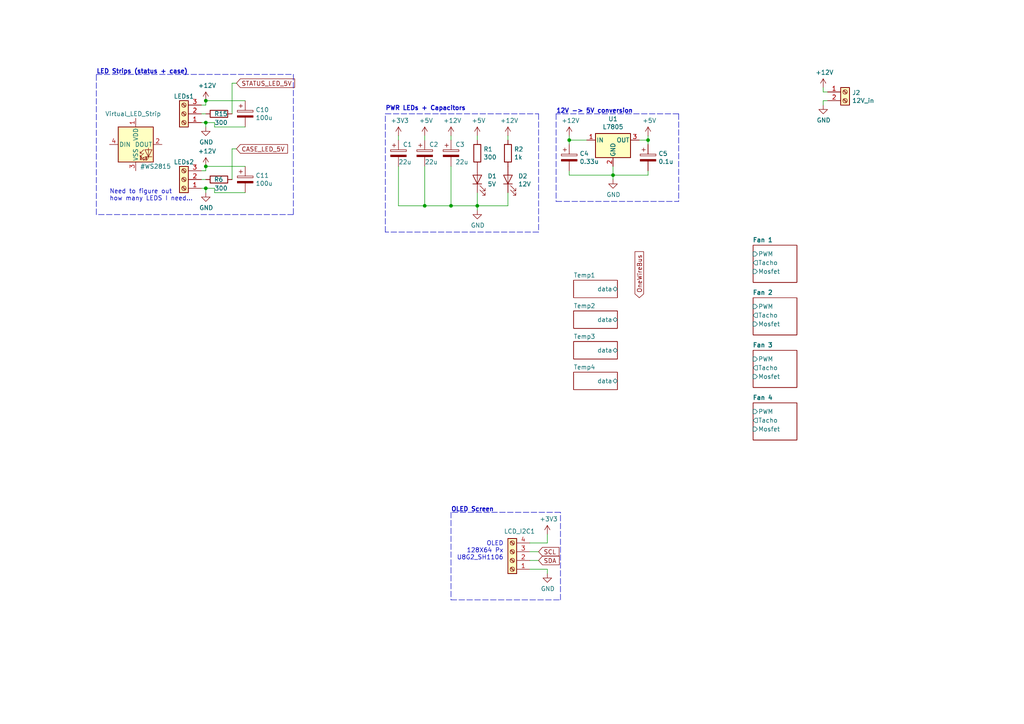
<source format=kicad_sch>
(kicad_sch (version 20250114) (generator "eeschema") (generator_version "9.0")
  (paper "A4")
  (title_block (title "OnlyFins") (rev "0") (company "Laserhannes / Johannes Rebling / r0oland"))
  (lib_symbols
    (symbol "Connector:Screw_Terminal_01x02" (pin_names (offset 1.016) (hide yes))
      (property "Reference" "J" (at 0 2.54 0))
      (property "Value" "Screw_Terminal_01x02" (at 0 -5.08 0))
      (symbol "Screw_Terminal_01x02_1_1"
        (rectangle (start -1.27 1.27) (end 1.27 -3.81) (stroke (width 0.254)) (fill (type background)))
        (polyline (pts (xy -0.5334 0.3302) (xy 0.3302 -0.508)) (stroke (width 0.1524)))
        (polyline (pts (xy -0.5334 -2.2098) (xy 0.3302 -3.048)) (stroke (width 0.1524)))
        (polyline (pts (xy -0.3556 0.508) (xy 0.508 -0.3302)) (stroke (width 0.1524)))
        (polyline (pts (xy -0.3556 -2.032) (xy 0.508 -2.8702)) (stroke (width 0.1524)))
        (circle (center 0 0) (radius 0.635) (stroke (width 0.1524)))
        (circle (center 0 -2.54) (radius 0.635) (stroke (width 0.1524)))
        (pin passive line (at -5.08 0 0) (length 3.81) (name "Pin_1") (number "1"))
        (pin passive line (at -5.08 -2.54 0) (length 3.81) (name "Pin_2") (number "2"))
      )
    )
    (symbol "LED:WS2812B" (pin_names (offset 0.254))
      (property "Reference" "D" (at 5.08 5.715 0))
      (property "Value" "WS2812B" (at 1.27 -5.715 0))
      (symbol "WS2812B_0_0"
        (text "RGB" (at 2.286 -4.191 0) (effects (font (size 0.762 0.762))))
      )
      (symbol "WS2812B_0_1"
        (polyline (pts (xy 1.27 -2.54) (xy 1.778 -2.54)))
        (polyline (pts (xy 1.27 -3.556) (xy 1.778 -3.556)))
        (polyline (pts (xy 2.286 -1.524) (xy 1.27 -2.54) (xy 1.27 -2.032)))
        (polyline (pts (xy 2.286 -2.54) (xy 1.27 -3.556) (xy 1.27 -3.048)))
        (polyline (pts (xy 3.683 -1.016) (xy 3.683 -3.556) (xy 3.683 -4.064)))
        (polyline (pts (xy 4.699 -1.524) (xy 2.667 -1.524) (xy 3.683 -3.556) (xy 4.699 -1.524)))
        (polyline (pts (xy 4.699 -3.556) (xy 2.667 -3.556)))
        (rectangle (start 5.08 5.08) (end -5.08 -5.08) (stroke (width 0.254)) (fill (type background)))
      )
      (symbol "WS2812B_1_1"
        (pin input line (at -7.62 0 0) (length 2.54) (name "DIN") (number "4"))
        (pin power_in line (at 0 7.62 270) (length 2.54) (name "VDD") (number "1"))
        (pin power_in line (at 0 -7.62 90) (length 2.54) (name "VSS") (number "3"))
        (pin output line (at 7.62 0 180) (length 2.54) (name "DOUT") (number "2"))
      )
    )
    (symbol "coroam_brains-rescue:+12V-power" (power) (pin_names (offset 0))
      (property "Value" "+12V-power" (at 0 3.556 0))
      (symbol "+12V-power_0_1"
        (polyline (pts (xy -0.762 1.27) (xy 0 2.54)))
        (polyline (pts (xy 0 2.54) (xy 0.762 1.27)))
        (polyline (pts (xy 0 0) (xy 0 2.54)))
      )
      (symbol "+12V-power_1_1"
        (pin power_in line (at 0 0 90) (length 0) (hide yes) (name "+12V") (number "1"))
      )
    )
    (symbol "coroam_brains-rescue:+3.3V-power" (power) (pin_names (offset 0))
      (property "Value" "+3.3V-power" (at 0 3.556 0))
      (symbol "+3.3V-power_0_1"
        (polyline (pts (xy -0.762 1.27) (xy 0 2.54)))
        (polyline (pts (xy 0 2.54) (xy 0.762 1.27)))
        (polyline (pts (xy 0 0) (xy 0 2.54)))
      )
      (symbol "+3.3V-power_1_1"
        (pin power_in line (at 0 0 90) (length 0) (hide yes) (name "+3V3") (number "1"))
      )
    )
    (symbol "coroam_brains-rescue:+5V-power" (power) (pin_names (offset 0))
      (property "Value" "+5V-power" (at 0 3.556 0))
      (symbol "+5V-power_0_1"
        (polyline (pts (xy -0.762 1.27) (xy 0 2.54)))
        (polyline (pts (xy 0 2.54) (xy 0.762 1.27)))
        (polyline (pts (xy 0 0) (xy 0 2.54)))
      )
      (symbol "+5V-power_1_1"
        (pin power_in line (at 0 0 90) (length 0) (hide yes) (name "+5V") (number "1"))
      )
    )
    (symbol "coroam_brains-rescue:CP-Device" (pin_numbers (hide yes)) (pin_names (offset 0.254))
      (property "Reference" "C" (at 0.635 2.54 0))
      (property "Value" "CP-Device" (at 0.635 -2.54 0))
      (symbol "CP-Device_0_1"
        (rectangle (start -2.286 0.508) (end 2.286 1.016))
        (polyline (pts (xy -1.778 2.286) (xy -0.762 2.286)))
        (polyline (pts (xy -1.27 2.794) (xy -1.27 1.778)))
        (rectangle (start 2.286 -0.508) (end -2.286 -1.016) (fill (type outline)))
      )
      (symbol "CP-Device_1_1"
        (pin passive line (at 0 3.81 270) (length 2.794) (name "~") (number "1"))
        (pin passive line (at 0 -3.81 90) (length 2.794) (name "~") (number "2"))
      )
    )
    (symbol "coroam_brains-rescue:GND-power" (power) (pin_names (offset 0))
      (property "Value" "GND-power" (at 0 -3.81 0))
      (symbol "GND-power_0_1"
        (polyline (pts (xy 0 0) (xy 0 -1.27) (xy 1.27 -1.27) (xy 0 -2.54) (xy -1.27 -1.27) (xy 0 -1.27)))
      )
      (symbol "GND-power_1_1"
        (pin power_in line (at 0 0 270) (length 0) (hide yes) (name "GND") (number "1"))
      )
    )
    (symbol "coroam_brains-rescue:L7805-Regulator_Linear" (pin_names (offset 0.254))
      (property "Reference" "U" (at -3.81 3.175 0))
      (property "Value" "L7805-Regulator_Linear" (at 0 3.175 0))
      (symbol "L7805-Regulator_Linear_0_1"
        (rectangle (start -5.08 1.905) (end 5.08 -5.08) (stroke (width 0.254)) (fill (type background)))
      )
      (symbol "L7805-Regulator_Linear_1_1"
        (pin power_in line (at -7.62 0 0) (length 2.54) (name "IN") (number "1"))
        (pin power_in line (at 0 -7.62 90) (length 2.54) (name "GND") (number "2"))
        (pin power_out line (at 7.62 0 180) (length 2.54) (name "OUT") (number "3"))
      )
    )
    (symbol "coroam_brains-rescue:LED-Device" (pin_numbers (hide yes)) (pin_names (offset 1.016) (hide yes))
      (property "Reference" "D" (at 0 2.54 0))
      (property "Value" "LED-Device" (at 0 -2.54 0))
      (symbol "LED-Device_0_1"
        (polyline (pts (xy -3.048 -0.762) (xy -4.572 -2.286) (xy -3.81 -2.286) (xy -4.572 -2.286) (xy -4.572 -1.524)))
        (polyline (pts (xy -1.778 -0.762) (xy -3.302 -2.286) (xy -2.54 -2.286) (xy -3.302 -2.286) (xy -3.302 -1.524)))
        (polyline (pts (xy -1.27 0) (xy 1.27 0)))
        (polyline (pts (xy -1.27 -1.27) (xy -1.27 1.27)) (stroke (width 0.2032)))
        (polyline (pts (xy 1.27 -1.27) (xy 1.27 1.27) (xy -1.27 0) (xy 1.27 -1.27)) (stroke (width 0.2032)))
      )
      (symbol "LED-Device_1_1"
        (pin passive line (at -3.81 0 0) (length 2.54) (name "K") (number "1"))
        (pin passive line (at 3.81 0 180) (length 2.54) (name "A") (number "2"))
      )
    )
    (symbol "coroam_brains-rescue:R-Device" (pin_numbers (hide yes)) (pin_names (offset 0))
      (property "Reference" "R" (at 2.032 0 90))
      (property "Value" "R-Device" (at 0 0 90))
      (symbol "R-Device_0_1"
        (rectangle (start -1.016 -2.54) (end 1.016 2.54) (stroke (width 0.254)))
      )
      (symbol "R-Device_1_1"
        (pin passive line (at 0 3.81 270) (length 1.27) (name "~") (number "1"))
        (pin passive line (at 0 -3.81 90) (length 1.27) (name "~") (number "2"))
      )
    )
    (symbol "coroam_brains-rescue:Screw_Terminal_01x03-Connector" (pin_names (offset 1.016) (hide yes))
      (property "Reference" "J" (at 0 5.08 0))
      (property "Value" "Screw_Terminal_01x03-Connector" (at 0 -5.08 0))
      (symbol "Screw_Terminal_01x03-Connector_1_1"
        (rectangle (start -1.27 3.81) (end 1.27 -3.81) (stroke (width 0.254)) (fill (type background)))
        (polyline (pts (xy -0.5334 2.8702) (xy 0.3302 2.032)) (stroke (width 0.1524)))
        (polyline (pts (xy -0.5334 0.3302) (xy 0.3302 -0.508)) (stroke (width 0.1524)))
        (polyline (pts (xy -0.5334 -2.2098) (xy 0.3302 -3.048)) (stroke (width 0.1524)))
        (polyline (pts (xy -0.3556 3.048) (xy 0.508 2.2098)) (stroke (width 0.1524)))
        (polyline (pts (xy -0.3556 0.508) (xy 0.508 -0.3302)) (stroke (width 0.1524)))
        (polyline (pts (xy -0.3556 -2.032) (xy 0.508 -2.8702)) (stroke (width 0.1524)))
        (circle (center 0 2.54) (radius 0.635) (stroke (width 0.1524)))
        (circle (center 0 0) (radius 0.635) (stroke (width 0.1524)))
        (circle (center 0 -2.54) (radius 0.635) (stroke (width 0.1524)))
        (pin passive line (at -5.08 2.54 0) (length 3.81) (name "Pin_1") (number "1"))
        (pin passive line (at -5.08 0 0) (length 3.81) (name "Pin_2") (number "2"))
        (pin passive line (at -5.08 -2.54 0) (length 3.81) (name "Pin_3") (number "3"))
      )
    )
    (symbol "coroam_brains-rescue:Screw_Terminal_01x04-Connector" (pin_names (offset 1.016) (hide yes))
      (property "Reference" "J" (at 0 5.08 0))
      (property "Value" "Screw_Terminal_01x04-Connector" (at 0 -7.62 0))
      (symbol "Screw_Terminal_01x04-Connector_1_1"
        (rectangle (start -1.27 3.81) (end 1.27 -6.35) (stroke (width 0.254)) (fill (type background)))
        (polyline (pts (xy -0.5334 2.8702) (xy 0.3302 2.032)) (stroke (width 0.1524)))
        (polyline (pts (xy -0.5334 0.3302) (xy 0.3302 -0.508)) (stroke (width 0.1524)))
        (polyline (pts (xy -0.5334 -2.2098) (xy 0.3302 -3.048)) (stroke (width 0.1524)))
        (polyline (pts (xy -0.5334 -4.7498) (xy 0.3302 -5.588)) (stroke (width 0.1524)))
        (polyline (pts (xy -0.3556 3.048) (xy 0.508 2.2098)) (stroke (width 0.1524)))
        (polyline (pts (xy -0.3556 0.508) (xy 0.508 -0.3302)) (stroke (width 0.1524)))
        (polyline (pts (xy -0.3556 -2.032) (xy 0.508 -2.8702)) (stroke (width 0.1524)))
        (polyline (pts (xy -0.3556 -4.572) (xy 0.508 -5.4102)) (stroke (width 0.1524)))
        (circle (center 0 2.54) (radius 0.635) (stroke (width 0.1524)))
        (circle (center 0 0) (radius 0.635) (stroke (width 0.1524)))
        (circle (center 0 -2.54) (radius 0.635) (stroke (width 0.1524)))
        (circle (center 0 -5.08) (radius 0.635) (stroke (width 0.1524)))
        (pin passive line (at -5.08 2.54 0) (length 3.81) (name "Pin_1") (number "1"))
        (pin passive line (at -5.08 0 0) (length 3.81) (name "Pin_2") (number "2"))
        (pin passive line (at -5.08 -2.54 0) (length 3.81) (name "Pin_3") (number "3"))
        (pin passive line (at -5.08 -5.08 0) (length 3.81) (name "Pin_4") (number "4"))
      )
    )
  )
  (text "OLED Screen" (at 130.81 148.59 0) (effects (font (size 1.27 1.27) (thickness 0.254) (bold yes)) (justify left bottom)))
  (text "PWR LEDs + Capacitors\n\n" (at 111.76 34.29 0) (effects (font (size 1.27 1.27) (thickness 0.254) (bold yes)) (justify left bottom)))
  (text "LED Strips (status + case)\n" (at 27.94 21.59 0) (effects (font (size 1.27 1.27) (thickness 0.254) (bold yes)) (justify left bottom)))
  (text "Need to figure out\nhow many LEDS I need...\n" (at 31.75 58.42 0) (effects (font (size 1.27 1.27)) (justify left bottom)))
  (text "12V -> 5V conversion" (at 161.29 33.02 0) (effects (font (size 1.27 1.27) (thickness 0.254) (bold yes)) (justify left bottom)))
  (text "OLED\n128X64 Px\nU8G2_SH1106\n" (at 146.05 162.56 0) (effects (font (size 1.27 1.27)) (justify right bottom)))
  (junction (at 187.96 40.64))
  (junction (at 138.43 59.69))
  (junction (at 130.81 59.69))
  (junction (at 177.8 50.8))
  (junction (at 59.69 35.56))
  (junction (at 59.69 29.21))
  (junction (at 59.69 54.61))
  (junction (at 123.19 59.69))
  (junction (at 59.69 48.26))
  (junction (at 165.1 40.64))
  (wire (pts (xy 59.69 48.26) (xy 71.12 48.26)))
  (wire (pts (xy 187.96 41.91) (xy 187.96 40.64)))
  (wire (pts (xy 123.19 39.37) (xy 123.19 40.64)))
  (wire (pts (xy 156.21 160.02) (xy 153.67 160.02)))
  (polyline (pts (xy 156.21 67.31) (xy 111.76 67.31)) (stroke (width 0) (type dash)))
  (wire (pts (xy 238.76 25.4) (xy 238.76 26.67)))
  (wire (pts (xy 177.8 48.26) (xy 177.8 50.8)))
  (wire (pts (xy 58.42 49.53) (xy 59.69 49.53)))
  (polyline (pts (xy 111.76 67.31) (xy 111.76 33.02)) (stroke (width 0) (type dash)))
  (wire (pts (xy 165.1 40.64) (xy 170.18 40.64)))
  (polyline (pts (xy 111.76 33.02) (xy 156.21 33.02)) (stroke (width 0) (type dash)))
  (wire (pts (xy 138.43 59.69) (xy 138.43 60.96)))
  (wire (pts (xy 238.76 30.48) (xy 238.76 29.21)))
  (wire (pts (xy 238.76 29.21) (xy 240.03 29.21)))
  (wire (pts (xy 62.23 36.83) (xy 71.12 36.83)))
  (wire (pts (xy 138.43 39.37) (xy 138.43 40.64)))
  (wire (pts (xy 115.57 39.37) (xy 115.57 40.64)))
  (wire (pts (xy 147.32 39.37) (xy 147.32 40.64)))
  (wire (pts (xy 115.57 59.69) (xy 123.19 59.69)))
  (wire (pts (xy 138.43 59.69) (xy 147.32 59.69)))
  (polyline (pts (xy 85.09 62.23) (xy 27.94 62.23)) (stroke (width 0) (type dash)))
  (wire (pts (xy 158.75 165.1) (xy 158.75 166.37)))
  (polyline (pts (xy 161.29 58.42) (xy 196.85 58.42)) (stroke (width 0) (type dash)))
  (polyline (pts (xy 130.81 148.59) (xy 130.81 173.99)) (stroke (width 0) (type dash)))
  (wire (pts (xy 123.19 48.26) (xy 123.19 59.69)))
  (polyline (pts (xy 161.29 33.02) (xy 161.29 58.42)) (stroke (width 0) (type dash)))
  (wire (pts (xy 165.1 40.64) (xy 165.1 41.91)))
  (polyline (pts (xy 27.94 21.59) (xy 85.09 21.59)) (stroke (width 0) (type dash)))
  (wire (pts (xy 238.76 26.67) (xy 240.03 26.67)))
  (wire (pts (xy 59.69 52.07) (xy 58.42 52.07)))
  (wire (pts (xy 67.31 43.18) (xy 68.58 43.18)))
  (wire (pts (xy 153.67 162.56) (xy 156.21 162.56)))
  (wire (pts (xy 59.69 35.56) (xy 62.23 35.56)))
  (wire (pts (xy 59.69 49.53) (xy 59.69 48.26)))
  (wire (pts (xy 177.8 50.8) (xy 177.8 52.07)))
  (polyline (pts (xy 196.85 33.02) (xy 196.85 58.42)) (stroke (width 0) (type dash)))
  (wire (pts (xy 58.42 35.56) (xy 59.69 35.56)))
  (wire (pts (xy 187.96 39.37) (xy 187.96 40.64)))
  (polyline (pts (xy 85.09 21.59) (xy 85.09 62.23)) (stroke (width 0) (type dash)))
  (wire (pts (xy 59.69 54.61) (xy 59.69 55.88)))
  (wire (pts (xy 58.42 30.48) (xy 59.69 30.48)))
  (wire (pts (xy 153.67 157.48) (xy 158.75 157.48)))
  (wire (pts (xy 165.1 49.53) (xy 165.1 50.8)))
  (wire (pts (xy 115.57 48.26) (xy 115.57 59.69)))
  (wire (pts (xy 59.69 33.02) (xy 58.42 33.02)))
  (polyline (pts (xy 162.56 148.59) (xy 130.81 148.59)) (stroke (width 0) (type dash)))
  (polyline (pts (xy 156.21 33.02) (xy 156.21 67.31)) (stroke (width 0) (type dash)))
  (wire (pts (xy 67.31 33.02) (xy 67.31 24.13)))
  (wire (pts (xy 62.23 35.56) (xy 62.23 36.83)))
  (wire (pts (xy 165.1 39.37) (xy 165.1 40.64)))
  (wire (pts (xy 59.69 35.56) (xy 59.69 36.83)))
  (wire (pts (xy 67.31 24.13) (xy 68.58 24.13)))
  (wire (pts (xy 123.19 59.69) (xy 130.81 59.69)))
  (wire (pts (xy 187.96 40.64) (xy 185.42 40.64)))
  (wire (pts (xy 165.1 50.8) (xy 177.8 50.8)))
  (wire (pts (xy 130.81 48.26) (xy 130.81 59.69)))
  (polyline (pts (xy 130.81 173.99) (xy 162.56 173.99)) (stroke (width 0) (type dash)))
  (polyline (pts (xy 27.94 62.23) (xy 27.94 21.59)) (stroke (width 0) (type dash)))
  (wire (pts (xy 147.32 55.88) (xy 147.32 59.69)))
  (wire (pts (xy 62.23 55.88) (xy 71.12 55.88)))
  (wire (pts (xy 62.23 54.61) (xy 62.23 55.88)))
  (polyline (pts (xy 196.85 33.02) (xy 161.29 33.02)) (stroke (width 0) (type dash)))
  (wire (pts (xy 59.69 29.21) (xy 71.12 29.21)))
  (wire (pts (xy 59.69 54.61) (xy 62.23 54.61)))
  (wire (pts (xy 59.69 30.48) (xy 59.69 29.21)))
  (wire (pts (xy 58.42 54.61) (xy 59.69 54.61)))
  (wire (pts (xy 177.8 50.8) (xy 187.96 50.8)))
  (polyline (pts (xy 162.56 173.99) (xy 162.56 148.59)) (stroke (width 0) (type dash)))
  (wire (pts (xy 153.67 165.1) (xy 158.75 165.1)))
  (wire (pts (xy 138.43 55.88) (xy 138.43 59.69)))
  (wire (pts (xy 130.81 59.69) (xy 138.43 59.69)))
  (wire (pts (xy 187.96 50.8) (xy 187.96 49.53)))
  (wire (pts (xy 130.81 39.37) (xy 130.81 40.64)))
  (wire (pts (xy 158.75 157.48) (xy 158.75 154.94)))
  (wire (pts (xy 67.31 52.07) (xy 67.31 43.18)))
  (global_label "SCL" (shape input) (at 156.21 160.02 0) (property "Intersheetrefs" "${INTERSHEET_REFS}" (effects (hide yes))))
  (global_label "OneWireBus" (shape input) (at 185.42 86.36 90) (property "Intersheetrefs" "${INTERSHEET_REFS}" (effects (hide yes))))
  (global_label "SDA" (shape input) (at 156.21 162.56 0) (property "Intersheetrefs" "${INTERSHEET_REFS}" (effects (hide yes))))
  (global_label "CASE_LED_5V" (shape input) (at 68.58 43.18 0) (property "Intersheetrefs" "${INTERSHEET_REFS}" (effects (hide yes))))
  (global_label "STATUS_LED_5V" (shape input) (at 68.58 24.13 0) (property "Intersheetrefs" "${INTERSHEET_REFS}" (effects (hide yes))))
  (symbol (lib_id "coroam_brains-rescue:+5V-power") (at 123.19 39.37 0) (unit 1)
    (property "Reference" "#PWR02" (effects (hide yes)))
    (property "Value" "+5V" (at 123.571 34.9758 0))
  )
  (symbol (lib_id "coroam_brains-rescue:GND-power") (at 138.43 60.96 0) (unit 1)
    (property "Reference" "#PWR05" (effects (hide yes)))
    (property "Value" "GND" (at 138.557 65.3542 0))
  )
  (symbol (lib_id "coroam_brains-rescue:L7805-Regulator_Linear") (at 177.8 40.64 0) (unit 1)
    (property "Reference" "U1" (at 177.8 34.4932 0))
    (property "Value" "L7805" (at 177.8 36.8046 0))
    (property "Footprint" "Connector_PinHeader_2.54mm:PinHeader_1x03_P2.54mm_Vertical" (effects (hide yes)))
    (property "Datasheet" "http://www.st.com/content/ccc/resource/technical/document/datasheet/41/4f/b3/b0/12/d4/47/88/CD00000444.pdf/files/CD00000444.pdf/jcr:content/translations/en.CD00000444.pdf" (effects (hide yes)))
  )
  (symbol (lib_id "coroam_brains-rescue:+12V-power") (at 165.1 39.37 0) (unit 1)
    (property "Reference" "#PWR09" (effects (hide yes)))
    (property "Value" "+12V" (at 165.481 34.9758 0))
  )
  (symbol (lib_id "coroam_brains-rescue:CP-Device") (at 165.1 45.72 0) (unit 1)
    (property "Reference" "C4" (at 168.0972 44.5516 0) (effects (justify left)))
    (property "Value" "0.33u" (at 168.0972 46.863 0) (effects (justify left)))
    (property "Footprint" "Capacitor_SMD:C_1206_3216Metric_Pad1.42x1.75mm_HandSolder" (effects (hide yes)))
    (property "Datasheet" "https://ch.rs-online.com/web/p/keramik-vielschichtkondensatoren/8030021/" (effects (hide yes)))
  )
  (symbol (lib_id "coroam_brains-rescue:GND-power") (at 177.8 52.07 0) (unit 1)
    (property "Reference" "#PWR010" (effects (hide yes)))
    (property "Value" "GND" (at 177.927 56.4642 0))
  )
  (symbol (lib_id "coroam_brains-rescue:CP-Device") (at 187.96 45.72 0) (unit 1)
    (property "Reference" "C5" (at 190.9572 44.5516 0) (effects (justify left)))
    (property "Value" "0.1u" (at 190.9572 46.863 0) (effects (justify left)))
    (property "Footprint" "Capacitor_SMD:C_0603_1608Metric_Pad1.05x0.95mm_HandSolder" (effects (hide yes)))
    (property "Datasheet" "https://ch.rs-online.com/web/p/keramik-vielschichtkondensatoren/8015344/" (effects (hide yes)))
  )
  (symbol (lib_id "coroam_brains-rescue:+5V-power") (at 187.96 39.37 0) (unit 1)
    (property "Reference" "#PWR011" (effects (hide yes)))
    (property "Value" "+5V" (at 188.341 34.9758 0))
  )
  (symbol (lib_id "coroam_brains-rescue:CP-Device") (at 123.19 44.45 0) (unit 1)
    (property "Reference" "C2" (at 124.46 41.91 0) (effects (justify left)))
    (property "Value" "22u" (at 123.19 46.99 0) (effects (justify left)))
    (property "Footprint" "Capacitor_THT:CP_Radial_D5.0mm_P2.50mm" (effects (hide yes)))
  )
  (symbol (lib_id "coroam_brains-rescue:R-Device") (at 138.43 44.45 180) (unit 1)
    (property "Reference" "R1" (at 140.208 43.2816 0) (effects (justify right)))
    (property "Value" "300" (at 140.208 45.593 0) (effects (justify right)))
    (property "Footprint" "Resistor_THT:R_Axial_DIN0207_L6.3mm_D2.5mm_P7.62mm_Horizontal" (effects (hide yes)))
  )
  (symbol (lib_id "coroam_brains-rescue:+5V-power") (at 138.43 39.37 0) (unit 1)
    (property "Reference" "#PWR04" (effects (hide yes)))
    (property "Value" "+5V" (at 138.811 34.9758 0))
  )
  (symbol (lib_id "coroam_brains-rescue:LED-Device") (at 138.43 52.07 90) (unit 1)
    (property "Reference" "D1" (at 141.4018 51.0794 90) (effects (justify right)))
    (property "Value" "5V" (at 141.4018 53.3908 90) (effects (justify right)))
    (property "Footprint" "LED_THT:LED_D5.0mm" (effects (hide yes)))
  )
  (symbol (lib_id "coroam_brains-rescue:R-Device") (at 147.32 44.45 180) (unit 1)
    (property "Reference" "R2" (at 149.098 43.2816 0) (effects (justify right)))
    (property "Value" "1k" (at 149.098 45.593 0) (effects (justify right)))
    (property "Footprint" "Resistor_THT:R_Axial_DIN0207_L6.3mm_D2.5mm_P7.62mm_Horizontal" (effects (hide yes)))
  )
  (symbol (lib_id "coroam_brains-rescue:LED-Device") (at 147.32 52.07 90) (unit 1)
    (property "Reference" "D2" (at 150.2918 51.0794 90) (effects (justify right)))
    (property "Value" "12V" (at 150.2918 53.3908 90) (effects (justify right)))
    (property "Footprint" "LED_THT:LED_D5.0mm" (effects (hide yes)))
  )
  (symbol (lib_id "coroam_brains-rescue:+12V-power") (at 147.32 39.37 0) (unit 1)
    (property "Reference" "#PWR06" (effects (hide yes)))
    (property "Value" "+12V" (at 147.701 34.9758 0))
  )
  (symbol (lib_id "coroam_brains-rescue:CP-Device") (at 130.81 44.45 0) (unit 1)
    (property "Reference" "C3" (at 132.08 41.91 0) (effects (justify left)))
    (property "Value" "22u" (at 132.08 46.99 0) (effects (justify left)))
    (property "Footprint" "Capacitor_THT:CP_Radial_D5.0mm_P2.50mm" (effects (hide yes)))
  )
  (symbol (lib_id "coroam_brains-rescue:+12V-power") (at 130.81 39.37 0) (unit 1)
    (property "Reference" "#PWR03" (effects (hide yes)))
    (property "Value" "+12V" (at 131.191 34.9758 0))
  )
  (symbol (lib_id "coroam_brains-rescue:CP-Device") (at 115.57 44.45 0) (unit 1)
    (property "Reference" "C1" (at 116.84 41.91 0) (effects (justify left)))
    (property "Value" "22u" (at 115.57 46.99 0) (effects (justify left)))
    (property "Footprint" "Capacitor_THT:CP_Radial_D5.0mm_P2.50mm" (effects (hide yes)))
  )
  (symbol (lib_id "coroam_brains-rescue:+3.3V-power") (at 115.57 39.37 0) (unit 1)
    (property "Reference" "#PWR01" (effects (hide yes)))
    (property "Value" "+3V3" (at 115.951 34.9758 0))
  )
  (symbol (lib_id "coroam_brains-rescue:Screw_Terminal_01x04-Connector") (at 148.59 162.56 180) (unit 1)
    (property "Reference" "LCD_I2C1" (at 150.6728 154.1018 0))
    (property "Value" "LCD_I2C" (effects (hide yes)))
    (property "Footprint" "Connector:FanPinHeader_1x04_P2.54mm_Vertical" (effects (hide yes)))
  )
  (symbol (lib_id "coroam_brains-rescue:GND-power") (at 158.75 166.37 0) (unit 1)
    (property "Reference" "#PWR013" (effects (hide yes)))
    (property "Value" "GND" (at 158.877 170.7642 0))
  )
  (symbol (lib_id "coroam_brains-rescue:CP-Device") (at 71.12 33.02 0) (unit 1)
    (property "Reference" "C10" (at 74.1172 31.8516 0) (effects (justify left)))
    (property "Value" "100u" (at 74.1172 34.163 0) (effects (justify left)))
    (property "Footprint" "Capacitor_THT:CP_Radial_D6.3mm_P2.50mm" (effects (hide yes)))
  )
  (symbol (lib_id "Connector:Screw_Terminal_01x02") (at 245.11 26.67 0) (unit 1)
    (property "Reference" "J2" (at 247.142 26.8732 0) (effects (justify left)))
    (property "Value" "12V_in" (at 247.142 29.1846 0) (effects (justify left)))
    (property "Footprint" "TerminalBlock_Phoenix:TerminalBlock_Phoenix_PT-1,5-2-5.0-H_1x02_P5.00mm_Horizontal" (effects (hide yes)))
  )
  (symbol (lib_id "coroam_brains-rescue:+12V-power") (at 238.76 25.4 0) (unit 1)
    (property "Reference" "#PWR0101" (effects (hide yes)))
    (property "Value" "+12V" (at 239.141 21.0058 0))
  )
  (symbol (lib_id "coroam_brains-rescue:GND-power") (at 238.76 30.48 0) (unit 1)
    (property "Reference" "#PWR0102" (effects (hide yes)))
    (property "Value" "GND" (at 238.887 34.8742 0))
  )
  (symbol (lib_id "coroam_brains-rescue:Screw_Terminal_01x03-Connector") (at 53.34 52.07 180) (unit 1)
    (property "Reference" "LEDs2" (at 53.34 46.99 0))
    (property "Value" "DigiTempSens1" (effects (hide yes)))
    (property "Footprint" "Connector:FanPinHeader_1x03_P2.54mm_Vertical" (effects (hide yes)))
  )
  (symbol (lib_id "coroam_brains-rescue:+12V-power") (at 59.69 48.26 0) (unit 1)
    (property "Reference" "#PWR012" (effects (hide yes)))
    (property "Value" "+12V" (at 60.071 43.8658 0))
  )
  (symbol (lib_id "coroam_brains-rescue:GND-power") (at 59.69 55.88 0) (unit 1)
    (property "Reference" "#PWR023" (effects (hide yes)))
    (property "Value" "GND" (at 59.817 60.2742 0))
  )
  (symbol (lib_id "coroam_brains-rescue:R-Device") (at 63.5 52.07 270) (unit 1)
    (property "Reference" "R6" (at 64.77 52.07 90) (effects (justify right)))
    (property "Value" "300" (at 66.04 54.61 90) (effects (justify right)))
    (property "Footprint" "Resistor_THT:R_Axial_DIN0207_L6.3mm_D2.5mm_P7.62mm_Horizontal" (effects (hide yes)))
  )
  (symbol (lib_id "coroam_brains-rescue:CP-Device") (at 71.12 52.07 0) (unit 1)
    (property "Reference" "C11" (at 74.1172 50.9016 0) (effects (justify left)))
    (property "Value" "100u" (at 74.1172 53.213 0) (effects (justify left)))
    (property "Footprint" "Capacitor_THT:CP_Radial_D6.3mm_P2.50mm" (effects (hide yes)))
  )
  (symbol (lib_id "coroam_brains-rescue:Screw_Terminal_01x03-Connector") (at 53.34 33.02 180) (unit 1)
    (property "Reference" "LEDs1" (at 53.34 27.94 0))
    (property "Value" "DigiTempSens1" (effects (hide yes)))
    (property "Footprint" "Connector:FanPinHeader_1x03_P2.54mm_Vertical" (effects (hide yes)))
  )
  (symbol (lib_id "coroam_brains-rescue:+12V-power") (at 59.69 29.21 0) (unit 1)
    (property "Reference" "#PWR031" (effects (hide yes)))
    (property "Value" "+12V" (at 60.071 24.8158 0))
  )
  (symbol (lib_id "coroam_brains-rescue:GND-power") (at 59.69 36.83 0) (unit 1)
    (property "Reference" "#PWR032" (effects (hide yes)))
    (property "Value" "GND" (at 59.817 41.2242 0))
  )
  (symbol (lib_id "coroam_brains-rescue:R-Device") (at 63.5 33.02 270) (unit 1)
    (property "Reference" "R15" (at 66.04 33.02 90) (effects (justify right)))
    (property "Value" "300" (at 66.04 35.56 90) (effects (justify right)))
    (property "Footprint" "Resistor_THT:R_Axial_DIN0207_L6.3mm_D2.5mm_P7.62mm_Horizontal" (effects (hide yes)))
  )
  (symbol (lib_id "LED:WS2812B") (at 39.37 41.91 0) (unit 1)
    (property "Reference" "#WS2815" (at 40.64 48.26 0) (effects (justify left)))
    (property "Value" "Virtual_LED_Strip" (at 30.48 33.02 0) (effects (justify left)))
    (property "Datasheet" "WS2815" (effects (hide yes)))
  )
  (symbol (lib_id "coroam_brains-rescue:+3.3V-power") (at 158.75 154.94 0) (unit 1)
    (property "Reference" "#PWR033" (effects (hide yes)))
    (property "Value" "+3V3" (at 159.131 150.5458 0))
  )
  (sheet (at 218.44 116.84) (size 12.7 10.795) (stroke (width 0.1524))
    (property "Sheetname" "Fan 4" (at 221.234 115.316 0) (effects (font (thickness 0.254) (bold yes))))
    (property "Sheetfile" "fan_control.kicad_sch" (effects (hide yes)))
    (pin "Mosfet" input (at 218.44 124.46 180))
    (pin "PWM" input (at 218.44 119.38 180))
    (pin "Tacho" output (at 218.44 121.92 180))
  )
  (sheet (at 166.37 99.06) (size 12.7 5.08) (stroke (width 0.1524))
    (property "Sheetname" "Temp3" (at 166.37 98.3484 0) (effects (justify left bottom)))
    (property "Sheetfile" "one_wire_temp_sensor.kicad_sch" (effects (hide yes)))
    (pin "data" bidirectional (at 179.07 101.6 0))
  )
  (sheet (at 166.37 81.28) (size 12.7 5.08) (stroke (width 0.1524))
    (property "Sheetname" "Temp1" (at 166.37 80.5684 0) (effects (justify left bottom)))
    (property "Sheetfile" "one_wire_temp_sensor.kicad_sch" (effects (hide yes)))
    (pin "data" bidirectional (at 179.07 83.82 0))
  )
  (sheet (at 218.44 101.6) (size 12.7 10.795) (stroke (width 0.1524))
    (property "Sheetname" "Fan 3" (at 221.234 100.076 0) (effects (font (thickness 0.254) (bold yes))))
    (property "Sheetfile" "fan_control.kicad_sch" (effects (hide yes)))
    (pin "Mosfet" input (at 218.44 109.22 180))
    (pin "PWM" input (at 218.44 104.14 180))
    (pin "Tacho" output (at 218.44 106.68 180))
  )
  (sheet (at 166.37 107.95) (size 12.7 5.08) (stroke (width 0.1524))
    (property "Sheetname" "Temp4" (at 166.37 107.2384 0) (effects (justify left bottom)))
    (property "Sheetfile" "one_wire_temp_sensor.kicad_sch" (effects (hide yes)))
    (pin "data" bidirectional (at 179.07 110.49 0))
  )
  (sheet (at 218.44 86.36) (size 12.7 10.795) (stroke (width 0.1524))
    (property "Sheetname" "Fan 2" (at 221.234 84.836 0) (effects (font (thickness 0.254) (bold yes))))
    (property "Sheetfile" "fan_control.kicad_sch" (effects (hide yes)))
    (pin "Mosfet" input (at 218.44 93.98 180))
    (pin "PWM" input (at 218.44 88.9 180))
    (pin "Tacho" output (at 218.44 91.44 180))
  )
  (sheet (at 166.37 90.17) (size 12.7 5.08) (stroke (width 0.1524))
    (property "Sheetname" "Temp2" (at 166.37 89.4584 0) (effects (justify left bottom)))
    (property "Sheetfile" "one_wire_temp_sensor.kicad_sch" (effects (hide yes)))
    (pin "data" bidirectional (at 179.07 92.71 0))
  )
  (sheet (at 218.44 71.12) (size 12.7 10.795) (stroke (width 0.1524))
    (property "Sheetname" "Fan 1" (at 221.234 69.596 0) (effects (font (thickness 0.254) (bold yes))))
    (property "Sheetfile" "fan_control.kicad_sch" (effects (hide yes)))
    (pin "Mosfet" input (at 218.44 78.74 180))
    (pin "PWM" input (at 218.44 73.66 180))
    (pin "Tacho" output (at 218.44 76.2 180))
  )
)
</source>
